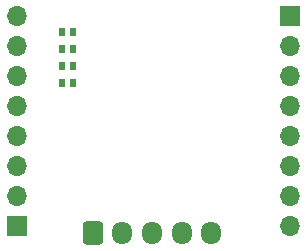
<source format=gbr>
%TF.GenerationSoftware,KiCad,Pcbnew,8.0.5*%
%TF.CreationDate,2024-12-01T15:07:38+09:00*%
%TF.ProjectId,PCA9685_ver4,50434139-3638-4355-9f76-6572342e6b69,rev?*%
%TF.SameCoordinates,Original*%
%TF.FileFunction,Soldermask,Bot*%
%TF.FilePolarity,Negative*%
%FSLAX46Y46*%
G04 Gerber Fmt 4.6, Leading zero omitted, Abs format (unit mm)*
G04 Created by KiCad (PCBNEW 8.0.5) date 2024-12-01 15:07:38*
%MOMM*%
%LPD*%
G01*
G04 APERTURE LIST*
G04 Aperture macros list*
%AMRoundRect*
0 Rectangle with rounded corners*
0 $1 Rounding radius*
0 $2 $3 $4 $5 $6 $7 $8 $9 X,Y pos of 4 corners*
0 Add a 4 corners polygon primitive as box body*
4,1,4,$2,$3,$4,$5,$6,$7,$8,$9,$2,$3,0*
0 Add four circle primitives for the rounded corners*
1,1,$1+$1,$2,$3*
1,1,$1+$1,$4,$5*
1,1,$1+$1,$6,$7*
1,1,$1+$1,$8,$9*
0 Add four rect primitives between the rounded corners*
20,1,$1+$1,$2,$3,$4,$5,0*
20,1,$1+$1,$4,$5,$6,$7,0*
20,1,$1+$1,$6,$7,$8,$9,0*
20,1,$1+$1,$8,$9,$2,$3,0*%
G04 Aperture macros list end*
%ADD10R,1.700000X1.700000*%
%ADD11O,1.700000X1.700000*%
%ADD12RoundRect,0.250000X-0.600000X-0.725000X0.600000X-0.725000X0.600000X0.725000X-0.600000X0.725000X0*%
%ADD13O,1.700000X1.950000*%
%ADD14R,0.600000X0.800000*%
G04 APERTURE END LIST*
D10*
%TO.C,J6*%
X137000000Y-72440000D03*
D11*
X137000000Y-69900000D03*
X137000000Y-67360000D03*
X137000000Y-64820000D03*
X137000000Y-62280000D03*
X137000000Y-59740000D03*
X137000000Y-57200000D03*
X137000000Y-54660000D03*
%TD*%
D10*
%TO.C,J3*%
X160100000Y-54660000D03*
D11*
X160100000Y-57200000D03*
X160100000Y-59740000D03*
X160100000Y-62280000D03*
X160100000Y-64820000D03*
X160100000Y-67360000D03*
X160100000Y-69900000D03*
X160100000Y-72440000D03*
%TD*%
D12*
%TO.C,J1*%
X143400000Y-73100000D03*
D13*
X145900000Y-73100000D03*
X148400000Y-73100000D03*
X150900000Y-73100000D03*
X153400000Y-73100000D03*
%TD*%
D14*
%TO.C,JP2*%
X140800000Y-57500000D03*
X141700000Y-57500000D03*
%TD*%
%TO.C,JP4*%
X140800000Y-60400000D03*
X141700000Y-60400000D03*
%TD*%
%TO.C,JP1*%
X140800000Y-56050000D03*
X141700000Y-56050000D03*
%TD*%
%TO.C,JP3*%
X140800000Y-58950000D03*
X141700000Y-58950000D03*
%TD*%
M02*

</source>
